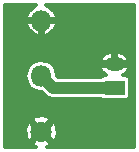
<source format=gtl>
G04 #@! TF.FileFunction,Copper,L1,Top,Signal*
%FSLAX46Y46*%
G04 Gerber Fmt 4.6, Leading zero omitted, Abs format (unit mm)*
G04 Created by KiCad (PCBNEW 4.0.7) date 06/05/18 11:02:08*
%MOMM*%
%LPD*%
G01*
G04 APERTURE LIST*
%ADD10C,0.100000*%
%ADD11C,1.800000*%
%ADD12O,1.800000X1.800000*%
%ADD13R,1.700000X1.200000*%
%ADD14O,1.700000X1.200000*%
%ADD15C,1.000000*%
%ADD16C,0.300000*%
G04 APERTURE END LIST*
D10*
D11*
X141600000Y-111200000D03*
D12*
X141600000Y-106500000D03*
X141600000Y-101800000D03*
D13*
X147800000Y-107500000D03*
D14*
X147800000Y-105500000D03*
D15*
X147800000Y-107500000D02*
X142600000Y-107500000D01*
X142600000Y-107500000D02*
X141600000Y-106500000D01*
D16*
X141177603Y-100525000D02*
X138525000Y-100525000D01*
X149475000Y-100525000D02*
X142022397Y-100525000D01*
X140772593Y-100765000D02*
X138525000Y-100765000D01*
X149475000Y-100765000D02*
X142427408Y-100765000D01*
X140517426Y-101005000D02*
X138525000Y-101005000D01*
X149475000Y-101005000D02*
X142682575Y-101005000D01*
X140397090Y-101245000D02*
X138525000Y-101245000D01*
X149475000Y-101245000D02*
X142802911Y-101245000D01*
X140313330Y-101485000D02*
X138525000Y-101485000D01*
X149475000Y-101485000D02*
X142886669Y-101485000D01*
X149475000Y-101725000D02*
X138525000Y-101725000D01*
X140365619Y-101965000D02*
X138525000Y-101965000D01*
X141750000Y-101965000D02*
X141450000Y-101965000D01*
X149475000Y-101965000D02*
X142834382Y-101965000D01*
X140321878Y-102205000D02*
X138525000Y-102205000D01*
X141750000Y-102205000D02*
X141450000Y-102205000D01*
X149475000Y-102205000D02*
X142878121Y-102205000D01*
X140442215Y-102445000D02*
X138525000Y-102445000D01*
X141750000Y-102445000D02*
X141450000Y-102445000D01*
X149475000Y-102445000D02*
X142757784Y-102445000D01*
X140599248Y-102685000D02*
X138525000Y-102685000D01*
X141750000Y-102685000D02*
X141450000Y-102685000D01*
X149475000Y-102685000D02*
X142600751Y-102685000D01*
X140876598Y-102925000D02*
X138525000Y-102925000D01*
X141750000Y-102925000D02*
X141450000Y-102925000D01*
X149475000Y-102925000D02*
X142323401Y-102925000D01*
X149475000Y-103165000D02*
X138525000Y-103165000D01*
X149475000Y-103405000D02*
X138525000Y-103405000D01*
X149475000Y-103645000D02*
X138525000Y-103645000D01*
X149475000Y-103885000D02*
X138525000Y-103885000D01*
X149475000Y-104125000D02*
X138525000Y-104125000D01*
X149475000Y-104365000D02*
X138525000Y-104365000D01*
X147006154Y-104605000D02*
X138525000Y-104605000D01*
X147950000Y-104605000D02*
X147650000Y-104605000D01*
X149475000Y-104605000D02*
X148593847Y-104605000D01*
X146728634Y-104845000D02*
X138525000Y-104845000D01*
X147950000Y-104845000D02*
X147650000Y-104845000D01*
X149475000Y-104845000D02*
X148871367Y-104845000D01*
X146602035Y-105085000D02*
X138525000Y-105085000D01*
X147950000Y-105085000D02*
X147650000Y-105085000D01*
X149475000Y-105085000D02*
X148997966Y-105085000D01*
X140935685Y-105325000D02*
X138525000Y-105325000D01*
X146612515Y-105325000D02*
X142264316Y-105325000D01*
X147950000Y-105325000D02*
X147650000Y-105325000D01*
X149475000Y-105325000D02*
X148987484Y-105325000D01*
X140614642Y-105565000D02*
X138525000Y-105565000D01*
X149475000Y-105565000D02*
X142585359Y-105565000D01*
X140454279Y-105805000D02*
X138525000Y-105805000D01*
X146549793Y-105805000D02*
X142745722Y-105805000D01*
X149475000Y-105805000D02*
X149050208Y-105805000D01*
X140335245Y-106045000D02*
X138525000Y-106045000D01*
X146670608Y-106045000D02*
X142864756Y-106045000D01*
X149475000Y-106045000D02*
X148929391Y-106045000D01*
X140287506Y-106285000D02*
X138525000Y-106285000D01*
X146861997Y-106285000D02*
X142912495Y-106285000D01*
X149475000Y-106285000D02*
X148738002Y-106285000D01*
X140250000Y-106525000D02*
X138525000Y-106525000D01*
X146701750Y-106525000D02*
X142968503Y-106525000D01*
X149475000Y-106525000D02*
X148898270Y-106525000D01*
X140297451Y-106765000D02*
X138525000Y-106765000D01*
X149475000Y-106765000D02*
X149083415Y-106765000D01*
X140345190Y-107005000D02*
X138525000Y-107005000D01*
X149475000Y-107005000D02*
X149108816Y-107005000D01*
X140487687Y-107245000D02*
X138525000Y-107245000D01*
X149475000Y-107245000D02*
X149108816Y-107245000D01*
X140651329Y-107485000D02*
X138525000Y-107485000D01*
X149475000Y-107485000D02*
X149108816Y-107485000D01*
X141010514Y-107725000D02*
X138525000Y-107725000D01*
X149475000Y-107725000D02*
X149108816Y-107725000D01*
X141721497Y-107965000D02*
X138525000Y-107965000D01*
X149475000Y-107965000D02*
X149108816Y-107965000D01*
X141978008Y-108205000D02*
X138525000Y-108205000D01*
X149475000Y-108205000D02*
X149087553Y-108205000D01*
X142574863Y-108445000D02*
X138525000Y-108445000D01*
X149475000Y-108445000D02*
X148944872Y-108445000D01*
X149475000Y-108685000D02*
X138525000Y-108685000D01*
X149475000Y-108925000D02*
X138525000Y-108925000D01*
X149475000Y-109165000D02*
X138525000Y-109165000D01*
X149475000Y-109405000D02*
X138525000Y-109405000D01*
X149475000Y-109645000D02*
X138525000Y-109645000D01*
X141206567Y-109885000D02*
X138525000Y-109885000D01*
X149475000Y-109885000D02*
X141924426Y-109885000D01*
X140858449Y-110125000D02*
X138525000Y-110125000D01*
X149475000Y-110125000D02*
X142341552Y-110125000D01*
X140977132Y-110365000D02*
X138525000Y-110365000D01*
X149475000Y-110365000D02*
X142222868Y-110365000D01*
X140375501Y-110605000D02*
X138525000Y-110605000D01*
X141217132Y-110605000D02*
X140792868Y-110605000D01*
X142407132Y-110605000D02*
X141982868Y-110605000D01*
X149475000Y-110605000D02*
X142831508Y-110605000D01*
X140295227Y-110845000D02*
X138525000Y-110845000D01*
X141457132Y-110845000D02*
X141032868Y-110845000D01*
X142167132Y-110845000D02*
X141742868Y-110845000D01*
X149475000Y-110845000D02*
X142928443Y-110845000D01*
X140238639Y-111085000D02*
X138525000Y-111085000D01*
X141927132Y-111085000D02*
X141272868Y-111085000D01*
X149475000Y-111085000D02*
X142945253Y-111085000D01*
X140255448Y-111325000D02*
X138525000Y-111325000D01*
X141937132Y-111325000D02*
X141262868Y-111325000D01*
X149475000Y-111325000D02*
X142962062Y-111325000D01*
X140273222Y-111565000D02*
X138525000Y-111565000D01*
X141447132Y-111565000D02*
X141022868Y-111565000D01*
X142177132Y-111565000D02*
X141752868Y-111565000D01*
X149475000Y-111565000D02*
X142901428Y-111565000D01*
X140372634Y-111805000D02*
X138525000Y-111805000D01*
X141207132Y-111805000D02*
X140782868Y-111805000D01*
X142417132Y-111805000D02*
X141992868Y-111805000D01*
X149475000Y-111805000D02*
X142821155Y-111805000D01*
X140967132Y-112045000D02*
X138525000Y-112045000D01*
X149475000Y-112045000D02*
X142232868Y-112045000D01*
X140863332Y-112285000D02*
X138525000Y-112285000D01*
X149475000Y-112285000D02*
X142336667Y-112285000D01*
X140932748Y-100626412D02*
X140534427Y-100971092D01*
X140298330Y-101441966D01*
X140370847Y-101650000D01*
X141450000Y-101650000D01*
X141450000Y-101630000D01*
X141750000Y-101630000D01*
X141750000Y-101650000D01*
X142829153Y-101650000D01*
X142901670Y-101441966D01*
X142665573Y-100971092D01*
X142267252Y-100626412D01*
X142022397Y-100525000D01*
X149475000Y-100525000D01*
X149475000Y-112475000D01*
X142090001Y-112475000D01*
X142282884Y-112395105D01*
X142381364Y-112193496D01*
X141600000Y-111412132D01*
X140818636Y-112193496D01*
X140917116Y-112395105D01*
X141155984Y-112475000D01*
X138525000Y-112475000D01*
X138525000Y-111026444D01*
X140234538Y-111026444D01*
X140272061Y-111562196D01*
X140404895Y-111882884D01*
X140606504Y-111981364D01*
X141387868Y-111200000D01*
X141812132Y-111200000D01*
X142593496Y-111981364D01*
X142795105Y-111882884D01*
X142965462Y-111373556D01*
X142927939Y-110837804D01*
X142795105Y-110517116D01*
X142593496Y-110418636D01*
X141812132Y-111200000D01*
X141387868Y-111200000D01*
X140606504Y-110418636D01*
X140404895Y-110517116D01*
X140234538Y-111026444D01*
X138525000Y-111026444D01*
X138525000Y-110206504D01*
X140818636Y-110206504D01*
X141600000Y-110987868D01*
X142381364Y-110206504D01*
X142282884Y-110004895D01*
X141773556Y-109834538D01*
X141237804Y-109872061D01*
X140917116Y-110004895D01*
X140818636Y-110206504D01*
X138525000Y-110206504D01*
X138525000Y-106473552D01*
X140250000Y-106473552D01*
X140250000Y-106526448D01*
X140352763Y-107043071D01*
X140645406Y-107481042D01*
X141083377Y-107773685D01*
X141600000Y-107876448D01*
X141627479Y-107870982D01*
X141928249Y-108171752D01*
X142236451Y-108377686D01*
X142600000Y-108450000D01*
X146665142Y-108450000D01*
X146771495Y-108522668D01*
X146950000Y-108558816D01*
X148650000Y-108558816D01*
X148816760Y-108527438D01*
X148969919Y-108428883D01*
X149072668Y-108278505D01*
X149108816Y-108100000D01*
X149108816Y-106900000D01*
X149077438Y-106733240D01*
X148978883Y-106580081D01*
X148828505Y-106477332D01*
X148650000Y-106441184D01*
X148533322Y-106441184D01*
X148846440Y-106202255D01*
X149052970Y-105810725D01*
X148975422Y-105650000D01*
X147950000Y-105650000D01*
X147950000Y-105670000D01*
X147650000Y-105670000D01*
X147650000Y-105650000D01*
X146624578Y-105650000D01*
X146547030Y-105810725D01*
X146753560Y-106202255D01*
X147066678Y-106441184D01*
X146950000Y-106441184D01*
X146783240Y-106472562D01*
X146662898Y-106550000D01*
X142993503Y-106550000D01*
X142950000Y-106506497D01*
X142950000Y-106473552D01*
X142847237Y-105956929D01*
X142554594Y-105518958D01*
X142116623Y-105226315D01*
X141930411Y-105189275D01*
X146547030Y-105189275D01*
X146624578Y-105350000D01*
X147650000Y-105350000D01*
X147650000Y-104555392D01*
X147950000Y-104555392D01*
X147950000Y-105350000D01*
X148975422Y-105350000D01*
X149052970Y-105189275D01*
X148846440Y-104797745D01*
X148517073Y-104546417D01*
X148116599Y-104440263D01*
X147950000Y-104555392D01*
X147650000Y-104555392D01*
X147483401Y-104440263D01*
X147082927Y-104546417D01*
X146753560Y-104797745D01*
X146547030Y-105189275D01*
X141930411Y-105189275D01*
X141600000Y-105123552D01*
X141083377Y-105226315D01*
X140645406Y-105518958D01*
X140352763Y-105956929D01*
X140250000Y-106473552D01*
X138525000Y-106473552D01*
X138525000Y-102158034D01*
X140298330Y-102158034D01*
X140534427Y-102628908D01*
X140932748Y-102973588D01*
X141241968Y-103101658D01*
X141450000Y-103028375D01*
X141450000Y-101950000D01*
X141750000Y-101950000D01*
X141750000Y-103028375D01*
X141958032Y-103101658D01*
X142267252Y-102973588D01*
X142665573Y-102628908D01*
X142901670Y-102158034D01*
X142829153Y-101950000D01*
X141750000Y-101950000D01*
X141450000Y-101950000D01*
X140370847Y-101950000D01*
X140298330Y-102158034D01*
X138525000Y-102158034D01*
X138525000Y-100525000D01*
X141177603Y-100525000D01*
X140932748Y-100626412D01*
M02*

</source>
